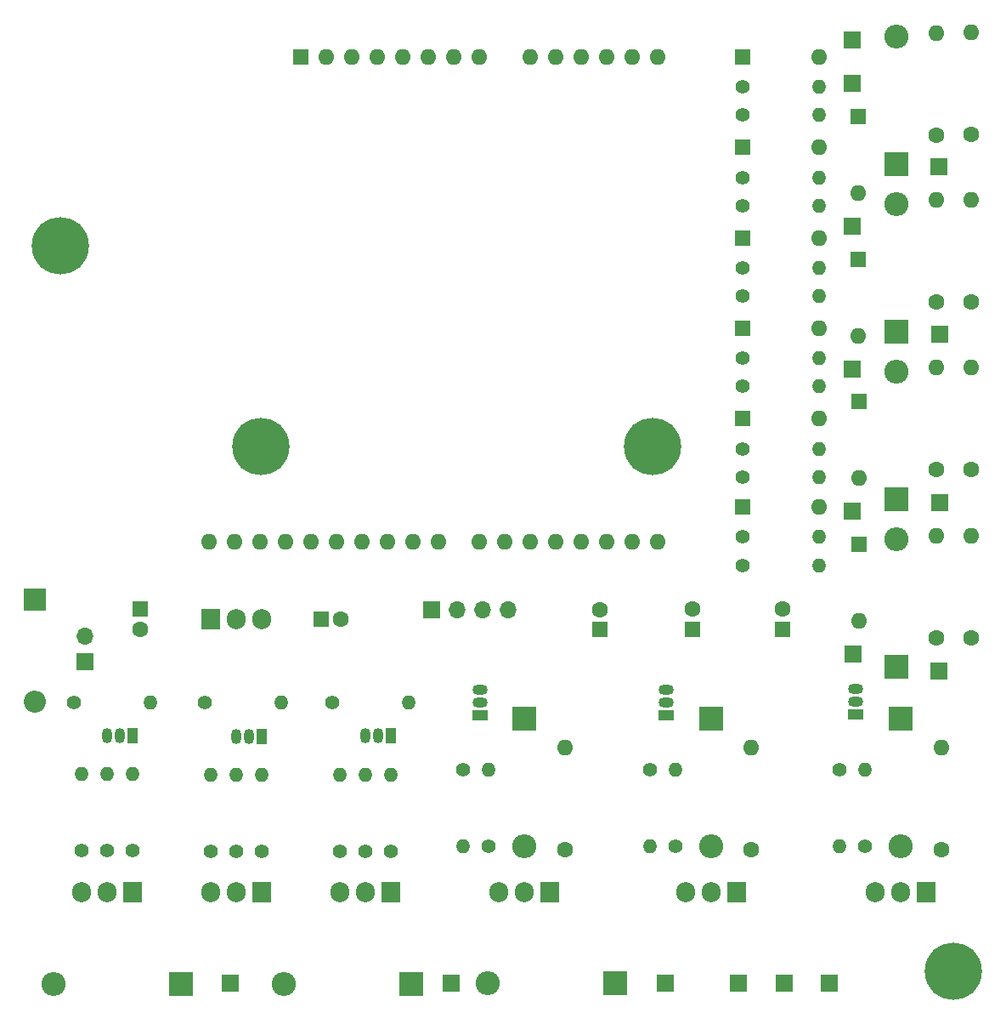
<source format=gbs>
G04 #@! TF.GenerationSoftware,KiCad,Pcbnew,(6.0.7)*
G04 #@! TF.CreationDate,2024-01-18T22:27:59+01:00*
G04 #@! TF.ProjectId,Goobyl_da - Kretskort,476f6f62-796c-4e56-9461-202d204b7265,rev?*
G04 #@! TF.SameCoordinates,Original*
G04 #@! TF.FileFunction,Soldermask,Bot*
G04 #@! TF.FilePolarity,Negative*
%FSLAX46Y46*%
G04 Gerber Fmt 4.6, Leading zero omitted, Abs format (unit mm)*
G04 Created by KiCad (PCBNEW (6.0.7)) date 2024-01-18 22:27:59*
%MOMM*%
%LPD*%
G01*
G04 APERTURE LIST*
%ADD10C,5.700000*%
%ADD11R,1.600000X1.600000*%
%ADD12O,1.600000X1.600000*%
%ADD13C,1.600000*%
%ADD14R,2.400000X2.400000*%
%ADD15O,2.400000X2.400000*%
%ADD16R,2.200000X2.200000*%
%ADD17O,2.200000X2.200000*%
%ADD18R,1.700000X1.700000*%
%ADD19O,1.700000X1.700000*%
%ADD20C,1.400000*%
%ADD21O,1.400000X1.400000*%
%ADD22R,1.905000X2.000000*%
%ADD23O,1.905000X2.000000*%
%ADD24R,1.050000X1.500000*%
%ADD25O,1.050000X1.500000*%
%ADD26R,1.500000X1.050000*%
%ADD27O,1.500000X1.050000*%
G04 APERTURE END LIST*
D10*
X95000000Y-63800000D03*
X184000000Y-136000000D03*
X115000000Y-83800000D03*
X154000000Y-83800000D03*
D11*
X119010000Y-45010000D03*
D12*
X121550000Y-45010000D03*
X124090000Y-45010000D03*
X126630000Y-45010000D03*
X129170000Y-45010000D03*
X131710000Y-45010000D03*
X134250000Y-45010000D03*
X136790000Y-45010000D03*
X141870000Y-45010000D03*
X144410000Y-45010000D03*
X146950000Y-45010000D03*
X149490000Y-45010000D03*
X152030000Y-45010000D03*
X154570000Y-45010000D03*
X154570000Y-93270000D03*
X152030000Y-93270000D03*
X149490000Y-93270000D03*
X146950000Y-93270000D03*
X144410000Y-93270000D03*
X141870000Y-93270000D03*
X139330000Y-93270000D03*
X136790000Y-93270000D03*
X132730000Y-93270000D03*
X130190000Y-93270000D03*
X127650000Y-93270000D03*
X125110000Y-93270000D03*
X122570000Y-93270000D03*
X120030000Y-93270000D03*
X117490000Y-93270000D03*
X114950000Y-93270000D03*
X112410000Y-93270000D03*
X109870000Y-93270000D03*
D11*
X148750000Y-102010000D03*
D13*
X148750000Y-100010000D03*
D11*
X158000000Y-102000000D03*
D13*
X158000000Y-100000000D03*
D11*
X167000000Y-102000000D03*
D13*
X167000000Y-100000000D03*
D11*
X103000000Y-100000000D03*
D13*
X103000000Y-102000000D03*
D11*
X121000000Y-101000000D03*
D13*
X123000000Y-101000000D03*
D14*
X150280000Y-137250000D03*
D15*
X137580000Y-137250000D03*
D14*
X107010000Y-137260000D03*
D15*
X94310000Y-137260000D03*
D16*
X92500000Y-99020000D03*
D17*
X92500000Y-109180000D03*
D14*
X141275000Y-110860000D03*
D15*
X141275000Y-123560000D03*
D11*
X163010000Y-45010000D03*
D12*
X170630000Y-45010000D03*
D11*
X163010000Y-54010000D03*
D12*
X170630000Y-54010000D03*
D11*
X163010000Y-63010000D03*
D12*
X170630000Y-63010000D03*
D11*
X163010000Y-72010000D03*
D12*
X170630000Y-72010000D03*
D11*
X163010000Y-81010000D03*
D12*
X170630000Y-81010000D03*
D11*
X163050000Y-89800000D03*
D12*
X170670000Y-89800000D03*
D18*
X132010000Y-100010000D03*
D19*
X134550000Y-100010000D03*
X137090000Y-100010000D03*
X139630000Y-100010000D03*
D20*
X122150000Y-109300000D03*
D21*
X129770000Y-109300000D03*
D20*
X109390000Y-109300000D03*
D21*
X117010000Y-109300000D03*
D20*
X96400000Y-109300000D03*
D21*
X104020000Y-109300000D03*
D20*
X127950000Y-124050000D03*
D21*
X127950000Y-116430000D03*
D20*
X115100000Y-124050000D03*
D21*
X115100000Y-116430000D03*
D20*
X102200000Y-124010000D03*
D21*
X102200000Y-116390000D03*
D20*
X122900000Y-124050000D03*
D21*
X122900000Y-116430000D03*
D20*
X97100000Y-124010000D03*
D21*
X97100000Y-116390000D03*
D20*
X125400000Y-124050000D03*
D21*
X125400000Y-116430000D03*
D20*
X112550000Y-124050000D03*
D21*
X112550000Y-116430000D03*
D20*
X135175000Y-115950000D03*
D21*
X135175000Y-123570000D03*
D13*
X145275000Y-123960000D03*
D12*
X145275000Y-113800000D03*
D20*
X137725000Y-123560000D03*
D21*
X137725000Y-115940000D03*
D20*
X163010000Y-50810000D03*
D21*
X170630000Y-50810000D03*
D20*
X163010000Y-59810000D03*
D21*
X170630000Y-59810000D03*
D20*
X163010000Y-77810000D03*
D21*
X170630000Y-77810000D03*
D20*
X163010000Y-86810000D03*
D21*
X170630000Y-86810000D03*
D20*
X163040000Y-95600000D03*
D21*
X170660000Y-95600000D03*
D20*
X163010000Y-48010000D03*
D21*
X170630000Y-48010000D03*
D20*
X163010000Y-57010000D03*
D21*
X170630000Y-57010000D03*
D20*
X163010000Y-66010000D03*
D21*
X170630000Y-66010000D03*
D20*
X163010000Y-75010000D03*
D21*
X170630000Y-75010000D03*
D20*
X163010000Y-84010000D03*
D21*
X170630000Y-84010000D03*
D20*
X163050000Y-92800000D03*
D21*
X170670000Y-92800000D03*
D22*
X110000000Y-101000000D03*
D23*
X112540000Y-101000000D03*
X115080000Y-101000000D03*
D20*
X110000000Y-124050000D03*
D21*
X110000000Y-116430000D03*
D20*
X99700000Y-124010000D03*
D21*
X99700000Y-116390000D03*
D14*
X130010000Y-137260000D03*
D15*
X117310000Y-137260000D03*
D14*
X178325000Y-105750000D03*
D15*
X178325000Y-93050000D03*
D14*
X178350000Y-89000000D03*
D15*
X178350000Y-76300000D03*
D14*
X178350000Y-72350000D03*
D15*
X178350000Y-59650000D03*
D14*
X178300000Y-55700000D03*
D15*
X178300000Y-43000000D03*
D11*
X174600000Y-93540000D03*
D12*
X174600000Y-101160000D03*
D11*
X174600000Y-79340000D03*
D12*
X174600000Y-86960000D03*
D11*
X174550000Y-65140000D03*
D12*
X174550000Y-72760000D03*
D11*
X174500000Y-50940000D03*
D12*
X174500000Y-58560000D03*
D13*
X185800000Y-102830000D03*
D12*
X185800000Y-92670000D03*
D13*
X182350000Y-102830000D03*
D12*
X182350000Y-92670000D03*
D13*
X185800000Y-86080000D03*
D12*
X185800000Y-75920000D03*
D13*
X182350000Y-86080000D03*
D12*
X182350000Y-75920000D03*
D13*
X182300000Y-52760000D03*
D12*
X182300000Y-42600000D03*
D20*
X163010000Y-68810000D03*
D21*
X170630000Y-68810000D03*
D13*
X185800000Y-69430000D03*
D12*
X185800000Y-59270000D03*
D13*
X182350000Y-69430000D03*
D12*
X182350000Y-59270000D03*
D13*
X185750000Y-52730000D03*
D12*
X185750000Y-42570000D03*
D18*
X155280000Y-137250000D03*
X134000000Y-137250000D03*
X112000000Y-137250000D03*
X97500000Y-105225000D03*
D19*
X97500000Y-102685000D03*
D18*
X162625000Y-137250000D03*
X167150000Y-137225000D03*
X171675000Y-137225000D03*
X182600000Y-106150000D03*
X182650000Y-89400000D03*
X182650000Y-72610000D03*
X182600000Y-55950000D03*
X173950000Y-43350000D03*
X173950000Y-47650000D03*
X173950000Y-61850000D03*
X173950000Y-76050000D03*
X173950000Y-90250000D03*
X174050000Y-104450000D03*
D22*
X102240000Y-128155000D03*
D23*
X99700000Y-128155000D03*
X97160000Y-128155000D03*
D24*
X127950000Y-112600000D03*
D25*
X126680000Y-112600000D03*
X125410000Y-112600000D03*
D14*
X159850000Y-110840000D03*
D15*
X159850000Y-123540000D03*
D24*
X115120000Y-112640000D03*
D25*
X113850000Y-112640000D03*
X112580000Y-112640000D03*
D20*
X153750000Y-115940000D03*
D21*
X153750000Y-123560000D03*
D22*
X162390000Y-128155000D03*
D23*
X159850000Y-128155000D03*
X157310000Y-128155000D03*
D26*
X155410000Y-110545000D03*
D27*
X155410000Y-109275000D03*
X155410000Y-108005000D03*
D26*
X174250000Y-110500000D03*
D27*
X174250000Y-109230000D03*
X174250000Y-107960000D03*
D22*
X127940000Y-128155000D03*
D23*
X125400000Y-128155000D03*
X122860000Y-128155000D03*
D22*
X181290000Y-128160000D03*
D23*
X178750000Y-128160000D03*
X176210000Y-128160000D03*
D26*
X136860000Y-110570000D03*
D27*
X136860000Y-109300000D03*
X136860000Y-108030000D03*
D20*
X175200000Y-123545000D03*
D21*
X175200000Y-115925000D03*
D22*
X143815000Y-128155000D03*
D23*
X141275000Y-128155000D03*
X138735000Y-128155000D03*
D13*
X163850000Y-123940000D03*
D12*
X163850000Y-113780000D03*
D20*
X156300000Y-123550000D03*
D21*
X156300000Y-115930000D03*
D22*
X115090000Y-128155000D03*
D23*
X112550000Y-128155000D03*
X110010000Y-128155000D03*
D20*
X172650000Y-115925000D03*
D21*
X172650000Y-123545000D03*
D13*
X182785000Y-123960000D03*
D12*
X182785000Y-113800000D03*
D24*
X102200000Y-112600000D03*
D25*
X100930000Y-112600000D03*
X99660000Y-112600000D03*
D14*
X178760000Y-110860000D03*
D15*
X178760000Y-123560000D03*
M02*

</source>
